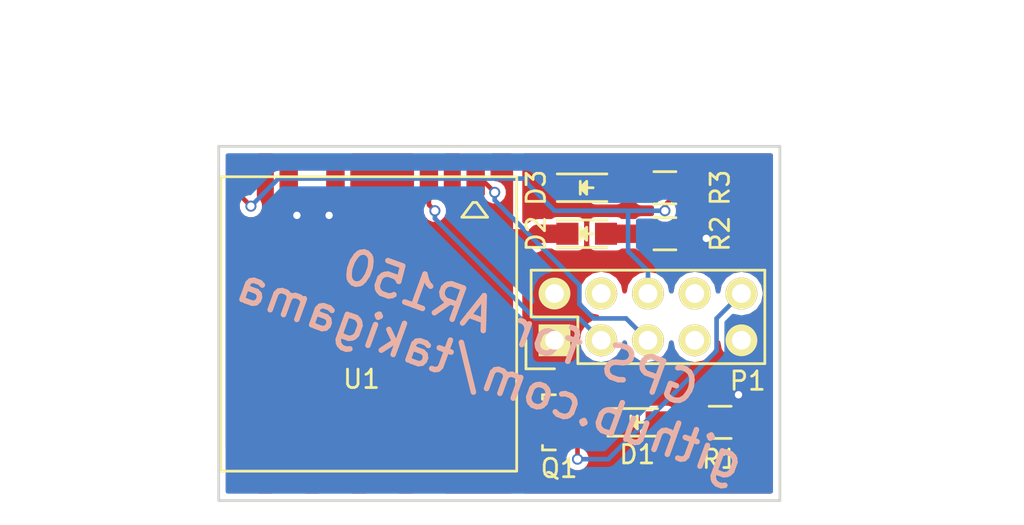
<source format=kicad_pcb>
(kicad_pcb (version 4) (host pcbnew 4.0.2+dfsg1-stable)

  (general
    (links 19)
    (no_connects 19)
    (area 106.500001 87.65 165.785715 115.97)
    (thickness 1.6)
    (drawings 8)
    (tracks 60)
    (zones 0)
    (modules 9)
    (nets 11)
  )

  (page A4)
  (layers
    (0 F.Cu signal)
    (31 B.Cu signal)
    (32 B.Adhes user)
    (33 F.Adhes user)
    (34 B.Paste user)
    (35 F.Paste user)
    (36 B.SilkS user)
    (37 F.SilkS user)
    (38 B.Mask user)
    (39 F.Mask user)
    (40 Dwgs.User user)
    (41 Cmts.User user)
    (42 Eco1.User user)
    (43 Eco2.User user)
    (44 Edge.Cuts user)
    (45 Margin user)
    (46 B.CrtYd user)
    (47 F.CrtYd user)
    (48 B.Fab user)
    (49 F.Fab user)
  )

  (setup
    (last_trace_width 1)
    (user_trace_width 0.4)
    (user_trace_width 0.6)
    (user_trace_width 0.8)
    (user_trace_width 1)
    (user_trace_width 1.2)
    (user_trace_width 1.5)
    (user_trace_width 1.8)
    (user_trace_width 2.5)
    (trace_clearance 0.2)
    (zone_clearance 0.3)
    (zone_45_only no)
    (trace_min 0.2)
    (segment_width 0.2)
    (edge_width 0.15)
    (via_size 0.6)
    (via_drill 0.4)
    (via_min_size 0.4)
    (via_min_drill 0.3)
    (uvia_size 0.3)
    (uvia_drill 0.1)
    (uvias_allowed no)
    (uvia_min_size 0.2)
    (uvia_min_drill 0.1)
    (pcb_text_width 0.3)
    (pcb_text_size 1.5 1.5)
    (mod_edge_width 0.15)
    (mod_text_size 1 1)
    (mod_text_width 0.15)
    (pad_size 1.524 1.524)
    (pad_drill 0.762)
    (pad_to_mask_clearance 0.2)
    (aux_axis_origin 0 0)
    (visible_elements FFFFFF7F)
    (pcbplotparams
      (layerselection 0x00030_80000001)
      (usegerberextensions false)
      (excludeedgelayer true)
      (linewidth 0.100000)
      (plotframeref false)
      (viasonmask false)
      (mode 1)
      (useauxorigin false)
      (hpglpennumber 1)
      (hpglpenspeed 20)
      (hpglpendiameter 15)
      (hpglpenoverlay 2)
      (psnegative false)
      (psa4output false)
      (plotreference true)
      (plotvalue true)
      (plotinvisibletext false)
      (padsonsilk false)
      (subtractmaskfromsilk false)
      (outputformat 1)
      (mirror false)
      (drillshape 1)
      (scaleselection 1)
      (outputdirectory ""))
  )

  (net 0 "")
  (net 1 "Net-(D1-Pad2)")
  (net 2 GND)
  (net 3 "Net-(D2-Pad2)")
  (net 4 GP_GND)
  (net 5 RX)
  (net 6 TX)
  (net 7 GP_14)
  (net 8 +3V3)
  (net 9 GP_17)
  (net 10 "Net-(D3-Pad2)")

  (net_class Default "This is the default net class."
    (clearance 0.2)
    (trace_width 0.25)
    (via_dia 0.6)
    (via_drill 0.4)
    (uvia_dia 0.3)
    (uvia_drill 0.1)
    (add_net +3V3)
    (add_net GND)
    (add_net GP_14)
    (add_net GP_17)
    (add_net GP_GND)
    (add_net "Net-(D1-Pad2)")
    (add_net "Net-(D2-Pad2)")
    (add_net "Net-(D3-Pad2)")
    (add_net RX)
    (add_net TX)
  )

  (module LEDs:LED_0805 (layer F.Cu) (tedit 55BDE1C2) (tstamp 59119C84)
    (at 141.5 110.25)
    (descr "LED 0805 smd package")
    (tags "LED 0805 SMD")
    (path /59110B72)
    (attr smd)
    (fp_text reference D1 (at 0 1.75) (layer F.SilkS)
      (effects (font (size 1 1) (thickness 0.15)))
    )
    (fp_text value LED (at 9.99 4.745) (layer F.Fab)
      (effects (font (size 1 1) (thickness 0.15)))
    )
    (fp_line (start -1.6 0.75) (end 1.1 0.75) (layer F.SilkS) (width 0.15))
    (fp_line (start -1.6 -0.75) (end 1.1 -0.75) (layer F.SilkS) (width 0.15))
    (fp_line (start -0.1 0.15) (end -0.1 -0.1) (layer F.SilkS) (width 0.15))
    (fp_line (start -0.1 -0.1) (end -0.25 0.05) (layer F.SilkS) (width 0.15))
    (fp_line (start -0.35 -0.35) (end -0.35 0.35) (layer F.SilkS) (width 0.15))
    (fp_line (start 0 0) (end 0.35 0) (layer F.SilkS) (width 0.15))
    (fp_line (start -0.35 0) (end 0 -0.35) (layer F.SilkS) (width 0.15))
    (fp_line (start 0 -0.35) (end 0 0.35) (layer F.SilkS) (width 0.15))
    (fp_line (start 0 0.35) (end -0.35 0) (layer F.SilkS) (width 0.15))
    (fp_line (start 1.9 -0.95) (end 1.9 0.95) (layer F.CrtYd) (width 0.05))
    (fp_line (start 1.9 0.95) (end -1.9 0.95) (layer F.CrtYd) (width 0.05))
    (fp_line (start -1.9 0.95) (end -1.9 -0.95) (layer F.CrtYd) (width 0.05))
    (fp_line (start -1.9 -0.95) (end 1.9 -0.95) (layer F.CrtYd) (width 0.05))
    (pad 2 smd rect (at 1.04902 0 180) (size 1.19888 1.19888) (layers F.Cu F.Paste F.Mask)
      (net 1 "Net-(D1-Pad2)"))
    (pad 1 smd rect (at -1.04902 0 180) (size 1.19888 1.19888) (layers F.Cu F.Paste F.Mask)
      (net 2 GND))
    (model LEDs.3dshapes/LED_0805.wrl
      (at (xyz 0 0 0))
      (scale (xyz 1 1 1))
      (rotate (xyz 0 0 0))
    )
  )

  (module LEDs:LED_0805 (layer F.Cu) (tedit 55BDE1C2) (tstamp 59119C8A)
    (at 138.75 100)
    (descr "LED 0805 smd package")
    (tags "LED 0805 SMD")
    (path /59110BF4)
    (attr smd)
    (fp_text reference D2 (at -2.75 0 270) (layer F.SilkS)
      (effects (font (size 1 1) (thickness 0.15)))
    )
    (fp_text value LED (at 0.193 5.5) (layer F.Fab)
      (effects (font (size 1 1) (thickness 0.15)))
    )
    (fp_line (start -1.6 0.75) (end 1.1 0.75) (layer F.SilkS) (width 0.15))
    (fp_line (start -1.6 -0.75) (end 1.1 -0.75) (layer F.SilkS) (width 0.15))
    (fp_line (start -0.1 0.15) (end -0.1 -0.1) (layer F.SilkS) (width 0.15))
    (fp_line (start -0.1 -0.1) (end -0.25 0.05) (layer F.SilkS) (width 0.15))
    (fp_line (start -0.35 -0.35) (end -0.35 0.35) (layer F.SilkS) (width 0.15))
    (fp_line (start 0 0) (end 0.35 0) (layer F.SilkS) (width 0.15))
    (fp_line (start -0.35 0) (end 0 -0.35) (layer F.SilkS) (width 0.15))
    (fp_line (start 0 -0.35) (end 0 0.35) (layer F.SilkS) (width 0.15))
    (fp_line (start 0 0.35) (end -0.35 0) (layer F.SilkS) (width 0.15))
    (fp_line (start 1.9 -0.95) (end 1.9 0.95) (layer F.CrtYd) (width 0.05))
    (fp_line (start 1.9 0.95) (end -1.9 0.95) (layer F.CrtYd) (width 0.05))
    (fp_line (start -1.9 0.95) (end -1.9 -0.95) (layer F.CrtYd) (width 0.05))
    (fp_line (start -1.9 -0.95) (end 1.9 -0.95) (layer F.CrtYd) (width 0.05))
    (pad 2 smd rect (at 1.04902 0 180) (size 1.19888 1.19888) (layers F.Cu F.Paste F.Mask)
      (net 3 "Net-(D2-Pad2)"))
    (pad 1 smd rect (at -1.04902 0 180) (size 1.19888 1.19888) (layers F.Cu F.Paste F.Mask)
      (net 4 GP_GND))
    (model LEDs.3dshapes/LED_0805.wrl
      (at (xyz 0 0 0))
      (scale (xyz 1 1 1))
      (rotate (xyz 0 0 0))
    )
  )

  (module Pin_Headers:Pin_Header_Straight_2x05 (layer F.Cu) (tedit 0) (tstamp 59119C98)
    (at 137 105.79 90)
    (descr "Through hole pin header")
    (tags "pin header")
    (path /591108C0)
    (fp_text reference P1 (at -2.21 10.5 180) (layer F.SilkS)
      (effects (font (size 1 1) (thickness 0.15)))
    )
    (fp_text value CONN_02X05 (at 10.29 4.689 180) (layer F.Fab)
      (effects (font (size 1 1) (thickness 0.15)))
    )
    (fp_line (start -1.75 -1.75) (end -1.75 11.95) (layer F.CrtYd) (width 0.05))
    (fp_line (start 4.3 -1.75) (end 4.3 11.95) (layer F.CrtYd) (width 0.05))
    (fp_line (start -1.75 -1.75) (end 4.3 -1.75) (layer F.CrtYd) (width 0.05))
    (fp_line (start -1.75 11.95) (end 4.3 11.95) (layer F.CrtYd) (width 0.05))
    (fp_line (start 3.81 -1.27) (end 3.81 11.43) (layer F.SilkS) (width 0.15))
    (fp_line (start 3.81 11.43) (end -1.27 11.43) (layer F.SilkS) (width 0.15))
    (fp_line (start -1.27 11.43) (end -1.27 1.27) (layer F.SilkS) (width 0.15))
    (fp_line (start 3.81 -1.27) (end 1.27 -1.27) (layer F.SilkS) (width 0.15))
    (fp_line (start 0 -1.55) (end -1.55 -1.55) (layer F.SilkS) (width 0.15))
    (fp_line (start 1.27 -1.27) (end 1.27 1.27) (layer F.SilkS) (width 0.15))
    (fp_line (start 1.27 1.27) (end -1.27 1.27) (layer F.SilkS) (width 0.15))
    (fp_line (start -1.55 -1.55) (end -1.55 0) (layer F.SilkS) (width 0.15))
    (pad 1 thru_hole rect (at 0 0 90) (size 1.7272 1.7272) (drill 1.016) (layers *.Cu *.Mask F.SilkS)
      (net 2 GND))
    (pad 2 thru_hole oval (at 2.54 0 90) (size 1.7272 1.7272) (drill 1.016) (layers *.Cu *.Mask F.SilkS)
      (net 2 GND))
    (pad 3 thru_hole oval (at 0 2.54 90) (size 1.7272 1.7272) (drill 1.016) (layers *.Cu *.Mask F.SilkS)
      (net 5 RX))
    (pad 4 thru_hole oval (at 2.54 2.54 90) (size 1.7272 1.7272) (drill 1.016) (layers *.Cu *.Mask F.SilkS))
    (pad 5 thru_hole oval (at 0 5.08 90) (size 1.7272 1.7272) (drill 1.016) (layers *.Cu *.Mask F.SilkS)
      (net 6 TX))
    (pad 6 thru_hole oval (at 2.54 5.08 90) (size 1.7272 1.7272) (drill 1.016) (layers *.Cu *.Mask F.SilkS)
      (net 7 GP_14))
    (pad 7 thru_hole oval (at 0 7.62 90) (size 1.7272 1.7272) (drill 1.016) (layers *.Cu *.Mask F.SilkS))
    (pad 8 thru_hole oval (at 2.54 7.62 90) (size 1.7272 1.7272) (drill 1.016) (layers *.Cu *.Mask F.SilkS))
    (pad 9 thru_hole oval (at 0 10.16 90) (size 1.7272 1.7272) (drill 1.016) (layers *.Cu *.Mask F.SilkS)
      (net 8 +3V3))
    (pad 10 thru_hole oval (at 2.54 10.16 90) (size 1.7272 1.7272) (drill 1.016) (layers *.Cu *.Mask F.SilkS)
      (net 9 GP_17))
    (model Pin_Headers.3dshapes/Pin_Header_Straight_2x05.wrl
      (at (xyz 0.05 -0.2 0))
      (scale (xyz 1 1 1))
      (rotate (xyz 0 0 90))
    )
  )

  (module TO_SOT_Packages_SMD:SOT-23 (layer F.Cu) (tedit 553634F8) (tstamp 59119C9F)
    (at 136.99822 110.25 90)
    (descr "SOT-23, Standard")
    (tags SOT-23)
    (path /59110876)
    (attr smd)
    (fp_text reference Q1 (at -2.5 0.25178 180) (layer F.SilkS)
      (effects (font (size 1 1) (thickness 0.15)))
    )
    (fp_text value BSS138 (at -0.372 14.947 90) (layer F.Fab)
      (effects (font (size 1 1) (thickness 0.15)))
    )
    (fp_line (start -1.65 -1.6) (end 1.65 -1.6) (layer F.CrtYd) (width 0.05))
    (fp_line (start 1.65 -1.6) (end 1.65 1.6) (layer F.CrtYd) (width 0.05))
    (fp_line (start 1.65 1.6) (end -1.65 1.6) (layer F.CrtYd) (width 0.05))
    (fp_line (start -1.65 1.6) (end -1.65 -1.6) (layer F.CrtYd) (width 0.05))
    (fp_line (start 1.29916 -0.65024) (end 1.2509 -0.65024) (layer F.SilkS) (width 0.15))
    (fp_line (start -1.49982 0.0508) (end -1.49982 -0.65024) (layer F.SilkS) (width 0.15))
    (fp_line (start -1.49982 -0.65024) (end -1.2509 -0.65024) (layer F.SilkS) (width 0.15))
    (fp_line (start 1.29916 -0.65024) (end 1.49982 -0.65024) (layer F.SilkS) (width 0.15))
    (fp_line (start 1.49982 -0.65024) (end 1.49982 0.0508) (layer F.SilkS) (width 0.15))
    (pad 1 smd rect (at -0.95 1.00076 90) (size 0.8001 0.8001) (layers F.Cu F.Paste F.Mask)
      (net 9 GP_17))
    (pad 2 smd rect (at 0.95 1.00076 90) (size 0.8001 0.8001) (layers F.Cu F.Paste F.Mask)
      (net 2 GND))
    (pad 3 smd rect (at 0 -0.99822 90) (size 0.8001 0.8001) (layers F.Cu F.Paste F.Mask)
      (net 4 GP_GND))
    (model TO_SOT_Packages_SMD.3dshapes/SOT-23.wrl
      (at (xyz 0 0 0))
      (scale (xyz 1 1 1))
      (rotate (xyz 0 0 0))
    )
  )

  (module Resistors_SMD:R_0805 (layer F.Cu) (tedit 5415CDEB) (tstamp 59119CA5)
    (at 146 110.25 180)
    (descr "Resistor SMD 0805, reflow soldering, Vishay (see dcrcw.pdf)")
    (tags "resistor 0805")
    (path /59110C24)
    (attr smd)
    (fp_text reference R1 (at 0.012 -2 180) (layer F.SilkS)
      (effects (font (size 1 1) (thickness 0.15)))
    )
    (fp_text value 300 (at -6 3 180) (layer F.Fab)
      (effects (font (size 1 1) (thickness 0.15)))
    )
    (fp_line (start -1.6 -1) (end 1.6 -1) (layer F.CrtYd) (width 0.05))
    (fp_line (start -1.6 1) (end 1.6 1) (layer F.CrtYd) (width 0.05))
    (fp_line (start -1.6 -1) (end -1.6 1) (layer F.CrtYd) (width 0.05))
    (fp_line (start 1.6 -1) (end 1.6 1) (layer F.CrtYd) (width 0.05))
    (fp_line (start 0.6 0.875) (end -0.6 0.875) (layer F.SilkS) (width 0.15))
    (fp_line (start -0.6 -0.875) (end 0.6 -0.875) (layer F.SilkS) (width 0.15))
    (pad 1 smd rect (at -0.95 0 180) (size 0.7 1.3) (layers F.Cu F.Paste F.Mask)
      (net 8 +3V3))
    (pad 2 smd rect (at 0.95 0 180) (size 0.7 1.3) (layers F.Cu F.Paste F.Mask)
      (net 1 "Net-(D1-Pad2)"))
    (model Resistors_SMD.3dshapes/R_0805.wrl
      (at (xyz 0 0 0))
      (scale (xyz 1 1 1))
      (rotate (xyz 0 0 0))
    )
  )

  (module Resistors_SMD:R_0805 (layer F.Cu) (tedit 5415CDEB) (tstamp 59119CAB)
    (at 143 100 180)
    (descr "Resistor SMD 0805, reflow soldering, Vishay (see dcrcw.pdf)")
    (tags "resistor 0805")
    (path /59110C69)
    (attr smd)
    (fp_text reference R2 (at -3 0 450) (layer F.SilkS)
      (effects (font (size 1 1) (thickness 0.15)))
    )
    (fp_text value 300 (at 0 -5.5 180) (layer F.Fab)
      (effects (font (size 1 1) (thickness 0.15)))
    )
    (fp_line (start -1.6 -1) (end 1.6 -1) (layer F.CrtYd) (width 0.05))
    (fp_line (start -1.6 1) (end 1.6 1) (layer F.CrtYd) (width 0.05))
    (fp_line (start -1.6 -1) (end -1.6 1) (layer F.CrtYd) (width 0.05))
    (fp_line (start 1.6 -1) (end 1.6 1) (layer F.CrtYd) (width 0.05))
    (fp_line (start 0.6 0.875) (end -0.6 0.875) (layer F.SilkS) (width 0.15))
    (fp_line (start -0.6 -0.875) (end 0.6 -0.875) (layer F.SilkS) (width 0.15))
    (pad 1 smd rect (at -0.95 0 180) (size 0.7 1.3) (layers F.Cu F.Paste F.Mask)
      (net 8 +3V3))
    (pad 2 smd rect (at 0.95 0 180) (size 0.7 1.3) (layers F.Cu F.Paste F.Mask)
      (net 3 "Net-(D2-Pad2)"))
    (model Resistors_SMD.3dshapes/R_0805.wrl
      (at (xyz 0 0 0))
      (scale (xyz 1 1 1))
      (rotate (xyz 0 0 0))
    )
  )

  (module MyKiCadLibs:QUECTEL-L80 (layer F.Cu) (tedit 593979B8) (tstamp 59119CBF)
    (at 126.365 104.901)
    (path /5911353A)
    (fp_text reference U1 (at 0.148 3) (layer F.SilkS)
      (effects (font (size 1 1) (thickness 0.15)))
    )
    (fp_text value QUECTEL-L80 (at 0.048 -3) (layer F.Fab)
      (effects (font (size 1 1) (thickness 0.15)))
    )
    (fp_line (start 5.6 -5.8) (end 6.2 -6.6) (layer F.SilkS) (width 0.15))
    (fp_line (start 7 -5.8) (end 5.6 -5.8) (layer F.SilkS) (width 0.15))
    (fp_line (start 6.4 -6.6) (end 7 -5.8) (layer F.SilkS) (width 0.15))
    (fp_line (start 6.2 -6.6) (end 6.4 -6.6) (layer F.SilkS) (width 0.15))
    (fp_line (start 8.58 -8) (end -7.5 -8) (layer F.SilkS) (width 0.15))
    (fp_line (start 8.58 8) (end 8.58 -8) (layer F.SilkS) (width 0.15))
    (fp_line (start -7.5 8) (end 8.58 8) (layer F.SilkS) (width 0.15))
    (fp_line (start -7.5 -8) (end -7.5 8) (layer F.SilkS) (width 0.15))
    (pad 6 smd rect (at -6.35 -8) (size 1 2) (layers F.Cu F.Paste F.Mask)
      (net 7 GP_14))
    (pad 5 smd rect (at -3.81 -8) (size 1 2) (layers F.Cu F.Paste F.Mask)
      (net 8 +3V3))
    (pad 4 smd rect (at -1.27 -8) (size 1 2) (layers F.Cu F.Paste F.Mask)
      (net 8 +3V3))
    (pad 3 smd rect (at 1.27 -8) (size 1 2) (layers F.Cu F.Paste F.Mask)
      (net 4 GP_GND))
    (pad 2 smd rect (at 3.81 -8) (size 1 2) (layers F.Cu F.Paste F.Mask)
      (net 5 RX))
    (pad 1 smd rect (at 6.35 -8) (size 1 2) (layers F.Cu F.Paste F.Mask)
      (net 6 TX))
    (pad 7 smd rect (at -6.35 8) (size 1 2) (layers F.Cu F.Paste F.Mask))
    (pad 8 smd rect (at -3.81 8) (size 1 2) (layers F.Cu F.Paste F.Mask))
    (pad 9 smd rect (at -1.27 8) (size 1 2) (layers F.Cu F.Paste F.Mask))
    (pad 10 smd rect (at 1.288 8) (size 1 2) (layers F.Cu F.Paste F.Mask))
    (pad 11 smd rect (at 3.81 8) (size 1 2) (layers F.Cu F.Paste F.Mask))
    (pad 12 smd rect (at 6.35 8) (size 1 2) (layers F.Cu F.Paste F.Mask)
      (net 4 GP_GND))
  )

  (module LEDs:LED_0805 (layer F.Cu) (tedit 55BDE1C2) (tstamp 593D396D)
    (at 138.75 97.5)
    (descr "LED 0805 smd package")
    (tags "LED 0805 SMD")
    (path /593D397F)
    (attr smd)
    (fp_text reference D3 (at -2.75 0 270) (layer F.SilkS)
      (effects (font (size 1 1) (thickness 0.15)))
    )
    (fp_text value LED (at 0 3) (layer F.Fab)
      (effects (font (size 1 1) (thickness 0.15)))
    )
    (fp_line (start -1.6 0.75) (end 1.1 0.75) (layer F.SilkS) (width 0.15))
    (fp_line (start -1.6 -0.75) (end 1.1 -0.75) (layer F.SilkS) (width 0.15))
    (fp_line (start -0.1 0.15) (end -0.1 -0.1) (layer F.SilkS) (width 0.15))
    (fp_line (start -0.1 -0.1) (end -0.25 0.05) (layer F.SilkS) (width 0.15))
    (fp_line (start -0.35 -0.35) (end -0.35 0.35) (layer F.SilkS) (width 0.15))
    (fp_line (start 0 0) (end 0.35 0) (layer F.SilkS) (width 0.15))
    (fp_line (start -0.35 0) (end 0 -0.35) (layer F.SilkS) (width 0.15))
    (fp_line (start 0 -0.35) (end 0 0.35) (layer F.SilkS) (width 0.15))
    (fp_line (start 0 0.35) (end -0.35 0) (layer F.SilkS) (width 0.15))
    (fp_line (start 1.9 -0.95) (end 1.9 0.95) (layer F.CrtYd) (width 0.05))
    (fp_line (start 1.9 0.95) (end -1.9 0.95) (layer F.CrtYd) (width 0.05))
    (fp_line (start -1.9 0.95) (end -1.9 -0.95) (layer F.CrtYd) (width 0.05))
    (fp_line (start -1.9 -0.95) (end 1.9 -0.95) (layer F.CrtYd) (width 0.05))
    (pad 2 smd rect (at 1.04902 0 180) (size 1.19888 1.19888) (layers F.Cu F.Paste F.Mask)
      (net 10 "Net-(D3-Pad2)"))
    (pad 1 smd rect (at -1.04902 0 180) (size 1.19888 1.19888) (layers F.Cu F.Paste F.Mask)
      (net 2 GND))
    (model LEDs.3dshapes/LED_0805.wrl
      (at (xyz 0 0 0))
      (scale (xyz 1 1 1))
      (rotate (xyz 0 0 0))
    )
  )

  (module Resistors_SMD:R_0805 (layer F.Cu) (tedit 5415CDEB) (tstamp 593D3979)
    (at 143 97.5 180)
    (descr "Resistor SMD 0805, reflow soldering, Vishay (see dcrcw.pdf)")
    (tags "resistor 0805")
    (path /593D3915)
    (attr smd)
    (fp_text reference R3 (at -3 0 270) (layer F.SilkS)
      (effects (font (size 1 1) (thickness 0.15)))
    )
    (fp_text value 300 (at 0 2.1 180) (layer F.Fab)
      (effects (font (size 1 1) (thickness 0.15)))
    )
    (fp_line (start -1.6 -1) (end 1.6 -1) (layer F.CrtYd) (width 0.05))
    (fp_line (start -1.6 1) (end 1.6 1) (layer F.CrtYd) (width 0.05))
    (fp_line (start -1.6 -1) (end -1.6 1) (layer F.CrtYd) (width 0.05))
    (fp_line (start 1.6 -1) (end 1.6 1) (layer F.CrtYd) (width 0.05))
    (fp_line (start 0.6 0.875) (end -0.6 0.875) (layer F.SilkS) (width 0.15))
    (fp_line (start -0.6 -0.875) (end 0.6 -0.875) (layer F.SilkS) (width 0.15))
    (pad 1 smd rect (at -0.95 0 180) (size 0.7 1.3) (layers F.Cu F.Paste F.Mask)
      (net 7 GP_14))
    (pad 2 smd rect (at 0.95 0 180) (size 0.7 1.3) (layers F.Cu F.Paste F.Mask)
      (net 10 "Net-(D3-Pad2)"))
    (model Resistors_SMD.3dshapes/R_0805.wrl
      (at (xyz 0 0 0))
      (scale (xyz 1 1 1))
      (rotate (xyz 0 0 0))
    )
  )

  (dimension 19.25 (width 0.3) (layer Cmts.User)
    (gr_text "19.250 mm" (at 113.15 104.875 270) (layer Cmts.User)
      (effects (font (size 1.5 1.5) (thickness 0.3)))
    )
    (feature1 (pts (xy 117.5 114.5) (xy 111.8 114.5)))
    (feature2 (pts (xy 117.5 95.25) (xy 111.8 95.25)))
    (crossbar (pts (xy 114.5 95.25) (xy 114.5 114.5)))
    (arrow1a (pts (xy 114.5 114.5) (xy 113.913579 113.373496)))
    (arrow1b (pts (xy 114.5 114.5) (xy 115.086421 113.373496)))
    (arrow2a (pts (xy 114.5 95.25) (xy 113.913579 96.376504)))
    (arrow2b (pts (xy 114.5 95.25) (xy 115.086421 96.376504)))
  )
  (dimension 8 (width 0.3) (layer Cmts.User)
    (gr_text "8.000 mm" (at 159.85 99.25 270) (layer Cmts.User)
      (effects (font (size 1.5 1.5) (thickness 0.3)))
    )
    (feature1 (pts (xy 150.5 103.25) (xy 161.2 103.25)))
    (feature2 (pts (xy 150.5 95.25) (xy 161.2 95.25)))
    (crossbar (pts (xy 158.5 95.25) (xy 158.5 103.25)))
    (arrow1a (pts (xy 158.5 103.25) (xy 157.913579 102.123496)))
    (arrow1b (pts (xy 158.5 103.25) (xy 159.086421 102.123496)))
    (arrow2a (pts (xy 158.5 95.25) (xy 157.913579 96.376504)))
    (arrow2b (pts (xy 158.5 95.25) (xy 159.086421 96.376504)))
  )
  (dimension 30.5 (width 0.3) (layer Cmts.User)
    (gr_text "30.500 mm" (at 134 89.15) (layer Cmts.User)
      (effects (font (size 1.5 1.5) (thickness 0.3)))
    )
    (feature1 (pts (xy 149.25 94) (xy 149.25 87.8)))
    (feature2 (pts (xy 118.75 94) (xy 118.75 87.8)))
    (crossbar (pts (xy 118.75 90.5) (xy 149.25 90.5)))
    (arrow1a (pts (xy 149.25 90.5) (xy 148.123496 91.086421)))
    (arrow1b (pts (xy 149.25 90.5) (xy 148.123496 89.913579)))
    (arrow2a (pts (xy 118.75 90.5) (xy 119.876504 91.086421)))
    (arrow2b (pts (xy 118.75 90.5) (xy 119.876504 89.913579)))
  )
  (gr_text "GPS for AR150 \ngithub.com/takigama" (at 134 106.25 340) (layer B.SilkS)
    (effects (font (size 1.8 1.8) (thickness 0.3)) (justify mirror))
  )
  (gr_line (start 149.25 95.25) (end 118.75 95.25) (layer Edge.Cuts) (width 0.15))
  (gr_line (start 149.25 114.5) (end 149.25 95.25) (layer Edge.Cuts) (width 0.15))
  (gr_line (start 118.75 114.5) (end 149.25 114.5) (layer Edge.Cuts) (width 0.15))
  (gr_line (start 118.75 95.25) (end 118.75 114.5) (layer Edge.Cuts) (width 0.15))

  (segment (start 142.54902 110.25) (end 145.05 110.25) (width 1) (layer F.Cu) (net 1))
  (segment (start 139.79902 100) (end 142.05 100) (width 1) (layer F.Cu) (net 3))
  (segment (start 135.85154 100.25) (end 134 100.25) (width 1) (layer F.Cu) (net 4))
  (segment (start 137.70098 100) (end 136.10154 100) (width 1) (layer F.Cu) (net 4))
  (segment (start 136.10154 100) (end 135.85154 100.25) (width 1) (layer F.Cu) (net 4))
  (segment (start 134.34995 110) (end 134.59995 110.25) (width 1) (layer F.Cu) (net 4))
  (segment (start 136 110.25) (end 134.59995 110.25) (width 1) (layer F.Cu) (net 4))
  (segment (start 130.5 98.75) (end 130.5 99.174264) (width 0.25) (layer B.Cu) (net 5))
  (segment (start 130.5 99.174264) (end 135.927135 104.601399) (width 0.25) (layer B.Cu) (net 5))
  (segment (start 135.927135 104.601399) (end 138.351399 104.601399) (width 0.25) (layer B.Cu) (net 5))
  (segment (start 138.351399 104.601399) (end 138.676401 104.926401) (width 0.25) (layer B.Cu) (net 5))
  (segment (start 138.676401 104.926401) (end 139.54 105.79) (width 0.25) (layer B.Cu) (net 5))
  (segment (start 130.175 96.901) (end 130.175 98.425) (width 0.25) (layer F.Cu) (net 5))
  (segment (start 130.175 98.425) (end 130.5 98.75) (width 0.25) (layer F.Cu) (net 5))
  (via (at 130.5 98.75) (size 0.6) (drill 0.4) (layers F.Cu B.Cu) (net 5))
  (segment (start 133.75 97.75) (end 133.75 98.174264) (width 0.25) (layer B.Cu) (net 6))
  (segment (start 138.351399 102.775663) (end 138.351399 103.820529) (width 0.25) (layer B.Cu) (net 6))
  (segment (start 138.351399 103.820529) (end 139.132269 104.601399) (width 0.25) (layer B.Cu) (net 6))
  (segment (start 133.75 98.174264) (end 138.351399 102.775663) (width 0.25) (layer B.Cu) (net 6))
  (segment (start 139.132269 104.601399) (end 140.891399 104.601399) (width 0.25) (layer B.Cu) (net 6))
  (segment (start 140.891399 104.601399) (end 141.216401 104.926401) (width 0.25) (layer B.Cu) (net 6))
  (segment (start 141.216401 104.926401) (end 142.08 105.79) (width 0.25) (layer B.Cu) (net 6))
  (segment (start 132.715 96.901) (end 132.901 96.901) (width 0.25) (layer F.Cu) (net 6))
  (segment (start 132.901 96.901) (end 133.75 97.75) (width 0.25) (layer F.Cu) (net 6))
  (via (at 133.75 97.75) (size 0.6) (drill 0.4) (layers F.Cu B.Cu) (net 6))
  (segment (start 137 98.75) (end 141 98.75) (width 0.25) (layer B.Cu) (net 7))
  (segment (start 141 98.75) (end 143 98.75) (width 0.25) (layer B.Cu) (net 7))
  (segment (start 142.08 103.25) (end 142.08 102.028686) (width 0.25) (layer B.Cu) (net 7))
  (segment (start 142.08 102.028686) (end 141 100.948686) (width 0.25) (layer B.Cu) (net 7))
  (segment (start 141 100.948686) (end 141 98.75) (width 0.25) (layer B.Cu) (net 7))
  (segment (start 143 98.75) (end 143 98.45) (width 0.25) (layer F.Cu) (net 7))
  (segment (start 143 98.45) (end 143.95 97.5) (width 0.25) (layer F.Cu) (net 7))
  (via (at 143 98.75) (size 0.6) (drill 0.4) (layers F.Cu B.Cu) (net 7))
  (segment (start 135.5 97.25) (end 137 98.75) (width 0.25) (layer B.Cu) (net 7))
  (segment (start 135.5 97) (end 135.5 97.25) (width 0.25) (layer B.Cu) (net 7))
  (segment (start 122 97) (end 135.5 97) (width 0.25) (layer B.Cu) (net 7))
  (segment (start 120.5 98.5) (end 122 97) (width 0.25) (layer B.Cu) (net 7))
  (segment (start 120.015 96.901) (end 120.015 98.015) (width 0.25) (layer F.Cu) (net 7))
  (segment (start 120.015 98.015) (end 120.5 98.5) (width 0.25) (layer F.Cu) (net 7))
  (via (at 120.5 98.5) (size 0.6) (drill 0.4) (layers F.Cu B.Cu) (net 7))
  (segment (start 146.95 110.25) (end 146.95 108.8) (width 1) (layer F.Cu) (net 8))
  (segment (start 146.95 108.8) (end 147 108.75) (width 1) (layer F.Cu) (net 8))
  (via (at 147 108.75) (size 0.6) (drill 0.4) (layers F.Cu B.Cu) (net 8))
  (segment (start 125.095 96.901) (end 125.095 98.655) (width 1) (layer F.Cu) (net 8))
  (segment (start 125.095 98.655) (end 124.75 99) (width 1) (layer F.Cu) (net 8))
  (via (at 124.75 99) (size 0.6) (drill 0.4) (layers F.Cu B.Cu) (net 8))
  (segment (start 122.555 96.901) (end 122.555 98.555) (width 1) (layer F.Cu) (net 8))
  (segment (start 122.555 98.555) (end 123 99) (width 1) (layer F.Cu) (net 8))
  (via (at 123 99) (size 0.6) (drill 0.4) (layers F.Cu B.Cu) (net 8))
  (segment (start 143.95 100) (end 145 100) (width 1) (layer F.Cu) (net 8))
  (segment (start 145 100) (end 145.25 100.25) (width 1) (layer F.Cu) (net 8))
  (via (at 145.25 100.25) (size 0.6) (drill 0.4) (layers F.Cu B.Cu) (net 8))
  (segment (start 138.25 112.25) (end 138.25 111.45102) (width 0.25) (layer F.Cu) (net 9))
  (segment (start 138.25 111.45102) (end 137.99898 111.2) (width 0.25) (layer F.Cu) (net 9))
  (segment (start 147.16 103.25) (end 145.808601 104.601399) (width 0.25) (layer B.Cu) (net 9))
  (segment (start 145.808601 104.601399) (end 145.808601 106.360529) (width 0.25) (layer B.Cu) (net 9))
  (segment (start 139.91913 112.25) (end 138.25 112.25) (width 0.25) (layer B.Cu) (net 9))
  (via (at 138.25 112.25) (size 0.6) (drill 0.4) (layers F.Cu B.Cu) (net 9))
  (segment (start 145.808601 106.360529) (end 139.91913 112.25) (width 0.25) (layer B.Cu) (net 9))
  (segment (start 139.79902 97.5) (end 142.05 97.5) (width 1) (layer F.Cu) (net 10))

  (zone (net 8) (net_name +3V3) (layer B.Cu) (tstamp 0) (hatch edge 0.508)
    (connect_pads yes (clearance 0.3))
    (min_thickness 0.254)
    (fill yes (arc_segments 16) (thermal_gap 0.508) (thermal_bridge_width 0.508))
    (polygon
      (pts
        (xy 118.75 95.25) (xy 118.75 114.5) (xy 149.25 114.5) (xy 149.25 95.25)
      )
    )
    (filled_polygon
      (pts
        (xy 148.748 113.998) (xy 119.252 113.998) (xy 119.252 98.643975) (xy 119.772874 98.643975) (xy 119.88332 98.911275)
        (xy 120.08765 99.115961) (xy 120.354756 99.226874) (xy 120.643975 99.227126) (xy 120.911275 99.11668) (xy 121.115961 98.91235)
        (xy 121.226874 98.645244) (xy 121.226954 98.553692) (xy 122.228646 97.552) (xy 133.045032 97.552) (xy 133.023126 97.604756)
        (xy 133.022874 97.893975) (xy 133.13332 98.161275) (xy 133.210868 98.238958) (xy 133.240018 98.385506) (xy 133.359677 98.564587)
        (xy 136.774134 101.979044) (xy 136.506109 102.032357) (xy 136.087408 102.312124) (xy 135.807641 102.730825) (xy 135.7094 103.224716)
        (xy 135.7094 103.275284) (xy 135.790777 103.684395) (xy 131.160785 99.054403) (xy 131.226874 98.895244) (xy 131.227126 98.606025)
        (xy 131.11668 98.338725) (xy 130.91235 98.134039) (xy 130.645244 98.023126) (xy 130.356025 98.022874) (xy 130.088725 98.13332)
        (xy 129.884039 98.33765) (xy 129.773126 98.604756) (xy 129.772874 98.893975) (xy 129.88332 99.161275) (xy 129.960868 99.238958)
        (xy 129.990018 99.385506) (xy 130.109677 99.564587) (xy 135.536812 104.991722) (xy 135.701035 105.101453) (xy 135.701035 106.6536)
        (xy 135.730809 106.811837) (xy 135.824327 106.957167) (xy 135.967019 107.054664) (xy 136.1364 107.088965) (xy 137.8636 107.088965)
        (xy 138.021837 107.059191) (xy 138.167167 106.965673) (xy 138.264664 106.822981) (xy 138.298965 106.6536) (xy 138.298965 106.064464)
        (xy 138.347641 106.309175) (xy 138.627408 106.727876) (xy 139.046109 107.007643) (xy 139.54 107.105884) (xy 140.033891 107.007643)
        (xy 140.452592 106.727876) (xy 140.732359 106.309175) (xy 140.81 105.918847) (xy 140.887641 106.309175) (xy 141.167408 106.727876)
        (xy 141.586109 107.007643) (xy 142.08 107.105884) (xy 142.573891 107.007643) (xy 142.992592 106.727876) (xy 143.272359 106.309175)
        (xy 143.35 105.918847) (xy 143.427641 106.309175) (xy 143.707408 106.727876) (xy 144.126109 107.007643) (xy 144.338578 107.049906)
        (xy 139.690484 111.698) (xy 138.7262 111.698) (xy 138.66235 111.634039) (xy 138.395244 111.523126) (xy 138.106025 111.522874)
        (xy 137.838725 111.63332) (xy 137.634039 111.83765) (xy 137.523126 112.104756) (xy 137.522874 112.393975) (xy 137.63332 112.661275)
        (xy 137.83765 112.865961) (xy 138.104756 112.976874) (xy 138.393975 112.977126) (xy 138.661275 112.86668) (xy 138.726068 112.802)
        (xy 139.91913 112.802) (xy 140.130372 112.759982) (xy 140.309453 112.640323) (xy 146.198924 106.750852) (xy 146.318583 106.571771)
        (xy 146.360601 106.360529) (xy 146.360601 104.830045) (xy 146.713564 104.477082) (xy 147.16 104.565884) (xy 147.653891 104.467643)
        (xy 148.072592 104.187876) (xy 148.352359 103.769175) (xy 148.4506 103.275284) (xy 148.4506 103.224716) (xy 148.352359 102.730825)
        (xy 148.072592 102.312124) (xy 147.653891 102.032357) (xy 147.16 101.934116) (xy 146.666109 102.032357) (xy 146.247408 102.312124)
        (xy 145.967641 102.730825) (xy 145.89 103.121153) (xy 145.812359 102.730825) (xy 145.532592 102.312124) (xy 145.113891 102.032357)
        (xy 144.62 101.934116) (xy 144.126109 102.032357) (xy 143.707408 102.312124) (xy 143.427641 102.730825) (xy 143.35 103.121153)
        (xy 143.272359 102.730825) (xy 142.992592 102.312124) (xy 142.632 102.071184) (xy 142.632 102.028686) (xy 142.589982 101.817445)
        (xy 142.589982 101.817444) (xy 142.470323 101.638363) (xy 141.552 100.72004) (xy 141.552 99.302) (xy 142.5238 99.302)
        (xy 142.58765 99.365961) (xy 142.854756 99.476874) (xy 143.143975 99.477126) (xy 143.411275 99.36668) (xy 143.615961 99.16235)
        (xy 143.726874 98.895244) (xy 143.727126 98.606025) (xy 143.61668 98.338725) (xy 143.41235 98.134039) (xy 143.145244 98.023126)
        (xy 142.856025 98.022874) (xy 142.588725 98.13332) (xy 142.523932 98.198) (xy 137.228646 98.198) (xy 136.052 97.021354)
        (xy 136.052 97) (xy 136.009982 96.788759) (xy 135.890323 96.609677) (xy 135.711241 96.490018) (xy 135.5 96.448)
        (xy 122 96.448) (xy 121.788759 96.490018) (xy 121.788757 96.490019) (xy 121.788758 96.490019) (xy 121.609677 96.609677)
        (xy 120.446401 97.772953) (xy 120.356025 97.772874) (xy 120.088725 97.88332) (xy 119.884039 98.08765) (xy 119.773126 98.354756)
        (xy 119.772874 98.643975) (xy 119.252 98.643975) (xy 119.252 95.752) (xy 148.748 95.752)
      )
    )
  )
  (zone (net 4) (net_name GP_GND) (layer F.Cu) (tstamp 0) (hatch edge 0.508)
    (connect_pads yes (clearance 0.3))
    (min_thickness 0.254)
    (fill yes (arc_segments 16) (thermal_gap 0.508) (thermal_bridge_width 0.508))
    (polygon
      (pts
        (xy 134.75 95.25) (xy 118.75 95.25) (xy 118.75 114.5) (xy 134.75 114.5)
      )
    )
    (filled_polygon
      (pts
        (xy 121.619635 95.901) (xy 121.619635 97.901) (xy 121.628 97.945457) (xy 121.628 98.555) (xy 121.698564 98.909748)
        (xy 121.866629 99.161275) (xy 121.899512 99.210488) (xy 122.344512 99.655488) (xy 122.645253 99.856436) (xy 123 99.927)
        (xy 123.354747 99.856436) (xy 123.655488 99.655488) (xy 123.856436 99.354747) (xy 123.875 99.26142) (xy 123.893564 99.354747)
        (xy 124.094512 99.655488) (xy 124.395253 99.856436) (xy 124.75 99.927) (xy 125.104747 99.856436) (xy 125.405488 99.655488)
        (xy 125.750488 99.310488) (xy 125.951437 99.009747) (xy 126.022 98.655) (xy 126.022 97.942307) (xy 126.030365 97.901)
        (xy 126.030365 95.901) (xy 126.002329 95.752) (xy 129.269809 95.752) (xy 129.239635 95.901) (xy 129.239635 97.901)
        (xy 129.269409 98.059237) (xy 129.362927 98.204567) (xy 129.505619 98.302064) (xy 129.623 98.325835) (xy 129.623 98.425)
        (xy 129.665018 98.636242) (xy 129.772958 98.797784) (xy 129.772874 98.893975) (xy 129.88332 99.161275) (xy 130.08765 99.365961)
        (xy 130.354756 99.476874) (xy 130.643975 99.477126) (xy 130.911275 99.36668) (xy 131.115961 99.16235) (xy 131.226874 98.895244)
        (xy 131.227126 98.606025) (xy 131.11668 98.338725) (xy 130.983719 98.205533) (xy 131.076064 98.070381) (xy 131.110365 97.901)
        (xy 131.110365 95.901) (xy 131.082329 95.752) (xy 131.809809 95.752) (xy 131.779635 95.901) (xy 131.779635 97.901)
        (xy 131.809409 98.059237) (xy 131.902927 98.204567) (xy 132.045619 98.302064) (xy 132.215 98.336365) (xy 133.215 98.336365)
        (xy 133.293383 98.321616) (xy 133.33765 98.365961) (xy 133.604756 98.476874) (xy 133.893975 98.477126) (xy 134.161275 98.36668)
        (xy 134.365961 98.16235) (xy 134.476874 97.895244) (xy 134.477126 97.606025) (xy 134.36668 97.338725) (xy 134.16235 97.134039)
        (xy 133.895244 97.023126) (xy 133.803692 97.023046) (xy 133.650365 96.869719) (xy 133.650365 95.901) (xy 133.622329 95.752)
        (xy 134.623 95.752) (xy 134.623 113.998) (xy 131.090722 113.998) (xy 131.110365 113.901) (xy 131.110365 111.901)
        (xy 131.080591 111.742763) (xy 130.987073 111.597433) (xy 130.844381 111.499936) (xy 130.675 111.465635) (xy 129.675 111.465635)
        (xy 129.516763 111.495409) (xy 129.371433 111.588927) (xy 129.273936 111.731619) (xy 129.239635 111.901) (xy 129.239635 113.901)
        (xy 129.257887 113.998) (xy 128.568722 113.998) (xy 128.588365 113.901) (xy 128.588365 111.901) (xy 128.558591 111.742763)
        (xy 128.465073 111.597433) (xy 128.322381 111.499936) (xy 128.153 111.465635) (xy 127.153 111.465635) (xy 126.994763 111.495409)
        (xy 126.849433 111.588927) (xy 126.751936 111.731619) (xy 126.717635 111.901) (xy 126.717635 113.901) (xy 126.735887 113.998)
        (xy 126.010722 113.998) (xy 126.030365 113.901) (xy 126.030365 111.901) (xy 126.000591 111.742763) (xy 125.907073 111.597433)
        (xy 125.764381 111.499936) (xy 125.595 111.465635) (xy 124.595 111.465635) (xy 124.436763 111.495409) (xy 124.291433 111.588927)
        (xy 124.193936 111.731619) (xy 124.159635 111.901) (xy 124.159635 113.901) (xy 124.177887 113.998) (xy 123.470722 113.998)
        (xy 123.490365 113.901) (xy 123.490365 111.901) (xy 123.460591 111.742763) (xy 123.367073 111.597433) (xy 123.224381 111.499936)
        (xy 123.055 111.465635) (xy 122.055 111.465635) (xy 121.896763 111.495409) (xy 121.751433 111.588927) (xy 121.653936 111.731619)
        (xy 121.619635 111.901) (xy 121.619635 113.901) (xy 121.637887 113.998) (xy 120.930722 113.998) (xy 120.950365 113.901)
        (xy 120.950365 111.901) (xy 120.920591 111.742763) (xy 120.827073 111.597433) (xy 120.684381 111.499936) (xy 120.515 111.465635)
        (xy 119.515 111.465635) (xy 119.356763 111.495409) (xy 119.252 111.562823) (xy 119.252 98.238097) (xy 119.345619 98.302064)
        (xy 119.515 98.336365) (xy 119.5786 98.336365) (xy 119.624677 98.405323) (xy 119.772953 98.553599) (xy 119.772874 98.643975)
        (xy 119.88332 98.911275) (xy 120.08765 99.115961) (xy 120.354756 99.226874) (xy 120.643975 99.227126) (xy 120.911275 99.11668)
        (xy 121.115961 98.91235) (xy 121.226874 98.645244) (xy 121.227126 98.356025) (xy 121.11668 98.088725) (xy 120.946809 97.918558)
        (xy 120.950365 97.901) (xy 120.950365 95.901) (xy 120.922329 95.752) (xy 121.649809 95.752)
      )
    )
  )
  (zone (net 2) (net_name GND) (layer F.Cu) (tstamp 0) (hatch edge 0.508)
    (connect_pads yes (clearance 0.3))
    (min_thickness 0.254)
    (fill yes (arc_segments 16) (thermal_gap 0.508) (thermal_bridge_width 0.508))
    (polygon
      (pts
        (xy 135.25 95.25) (xy 135.25 114.5) (xy 149.25 114.5) (xy 149.25 95.25)
      )
    )
    (filled_polygon
      (pts
        (xy 148.748 113.998) (xy 135.377 113.998) (xy 135.377 111.177) (xy 136 111.177) (xy 136.354748 111.106436)
        (xy 136.386208 111.085415) (xy 136.40005 111.085415) (xy 136.558287 111.055641) (xy 136.703617 110.962123) (xy 136.801114 110.819431)
        (xy 136.805059 110.79995) (xy 137.163565 110.79995) (xy 137.163565 111.60005) (xy 137.193339 111.758287) (xy 137.286857 111.903617)
        (xy 137.429549 112.001114) (xy 137.555566 112.026633) (xy 137.523126 112.104756) (xy 137.522874 112.393975) (xy 137.63332 112.661275)
        (xy 137.83765 112.865961) (xy 138.104756 112.976874) (xy 138.393975 112.977126) (xy 138.661275 112.86668) (xy 138.865961 112.66235)
        (xy 138.976874 112.395244) (xy 138.977126 112.106025) (xy 138.86668 111.838725) (xy 138.802 111.773932) (xy 138.802 111.760019)
        (xy 138.834395 111.60005) (xy 138.834395 110.79995) (xy 138.804621 110.641713) (xy 138.711103 110.496383) (xy 138.568411 110.398886)
        (xy 138.39903 110.364585) (xy 137.59893 110.364585) (xy 137.440693 110.394359) (xy 137.295363 110.487877) (xy 137.197866 110.630569)
        (xy 137.163565 110.79995) (xy 136.805059 110.79995) (xy 136.835415 110.65005) (xy 136.835415 110.636208) (xy 136.856436 110.604748)
        (xy 136.927 110.25) (xy 136.856436 109.895252) (xy 136.835415 109.863792) (xy 136.835415 109.84995) (xy 136.805641 109.691713)
        (xy 136.77916 109.65056) (xy 141.514215 109.65056) (xy 141.514215 110.84944) (xy 141.543989 111.007677) (xy 141.637507 111.153007)
        (xy 141.780199 111.250504) (xy 141.94958 111.284805) (xy 143.14846 111.284805) (xy 143.306697 111.255031) (xy 143.42796 111.177)
        (xy 144.370831 111.177) (xy 144.387927 111.203567) (xy 144.530619 111.301064) (xy 144.7 111.335365) (xy 145.4 111.335365)
        (xy 145.558237 111.305591) (xy 145.703567 111.212073) (xy 145.801064 111.069381) (xy 145.835365 110.9) (xy 145.835365 110.711113)
        (xy 145.906436 110.604748) (xy 145.977 110.25) (xy 145.906436 109.895252) (xy 145.835365 109.788887) (xy 145.835365 109.6)
        (xy 145.805591 109.441763) (xy 145.712073 109.296433) (xy 145.569381 109.198936) (xy 145.4 109.164635) (xy 144.7 109.164635)
        (xy 144.541763 109.194409) (xy 144.396433 109.287927) (xy 144.372469 109.323) (xy 143.425418 109.323) (xy 143.317841 109.249496)
        (xy 143.14846 109.215195) (xy 141.94958 109.215195) (xy 141.791343 109.244969) (xy 141.646013 109.338487) (xy 141.548516 109.481179)
        (xy 141.514215 109.65056) (xy 136.77916 109.65056) (xy 136.712123 109.546383) (xy 136.569431 109.448886) (xy 136.40005 109.414585)
        (xy 136.386208 109.414585) (xy 136.354748 109.393564) (xy 136 109.323) (xy 135.377 109.323) (xy 135.377 108.8)
        (xy 146.023 108.8) (xy 146.023 110.25) (xy 146.093564 110.604748) (xy 146.164635 110.711113) (xy 146.164635 110.9)
        (xy 146.194409 111.058237) (xy 146.287927 111.203567) (xy 146.430619 111.301064) (xy 146.6 111.335365) (xy 147.3 111.335365)
        (xy 147.458237 111.305591) (xy 147.603567 111.212073) (xy 147.701064 111.069381) (xy 147.735365 110.9) (xy 147.735365 110.711113)
        (xy 147.806436 110.604748) (xy 147.877 110.25) (xy 147.877 109.001369) (xy 147.927 108.75) (xy 147.856437 108.395253)
        (xy 147.655488 108.094512) (xy 147.354747 107.893563) (xy 147 107.823) (xy 146.645253 107.893563) (xy 146.344512 108.094512)
        (xy 146.294512 108.144512) (xy 146.093564 108.445252) (xy 146.023 108.8) (xy 135.377 108.8) (xy 135.377 103.224716)
        (xy 138.2494 103.224716) (xy 138.2494 103.275284) (xy 138.347641 103.769175) (xy 138.627408 104.187876) (xy 139.046109 104.467643)
        (xy 139.309325 104.52) (xy 139.046109 104.572357) (xy 138.627408 104.852124) (xy 138.347641 105.270825) (xy 138.2494 105.764716)
        (xy 138.2494 105.815284) (xy 138.347641 106.309175) (xy 138.627408 106.727876) (xy 139.046109 107.007643) (xy 139.54 107.105884)
        (xy 140.033891 107.007643) (xy 140.452592 106.727876) (xy 140.732359 106.309175) (xy 140.81 105.918847) (xy 140.887641 106.309175)
        (xy 141.167408 106.727876) (xy 141.586109 107.007643) (xy 142.08 107.105884) (xy 142.573891 107.007643) (xy 142.992592 106.727876)
        (xy 143.272359 106.309175) (xy 143.35 105.918847) (xy 143.427641 106.309175) (xy 143.707408 106.727876) (xy 144.126109 107.007643)
        (xy 144.62 107.105884) (xy 145.113891 107.007643) (xy 145.532592 106.727876) (xy 145.812359 106.309175) (xy 145.89 105.918847)
        (xy 145.967641 106.309175) (xy 146.247408 106.727876) (xy 146.666109 107.007643) (xy 147.16 107.105884) (xy 147.653891 107.007643)
        (xy 148.072592 106.727876) (xy 148.352359 106.309175) (xy 148.4506 105.815284) (xy 148.4506 105.764716) (xy 148.352359 105.270825)
        (xy 148.072592 104.852124) (xy 147.653891 104.572357) (xy 147.390675 104.52) (xy 147.653891 104.467643) (xy 148.072592 104.187876)
        (xy 148.352359 103.769175) (xy 148.4506 103.275284) (xy 148.4506 103.224716) (xy 148.352359 102.730825) (xy 148.072592 102.312124)
        (xy 147.653891 102.032357) (xy 147.16 101.934116) (xy 146.666109 102.032357) (xy 146.247408 102.312124) (xy 145.967641 102.730825)
        (xy 145.89 103.121153) (xy 145.812359 102.730825) (xy 145.532592 102.312124) (xy 145.113891 102.032357) (xy 144.62 101.934116)
        (xy 144.126109 102.032357) (xy 143.707408 102.312124) (xy 143.427641 102.730825) (xy 143.35 103.121153) (xy 143.272359 102.730825)
        (xy 142.992592 102.312124) (xy 142.573891 102.032357) (xy 142.08 101.934116) (xy 141.586109 102.032357) (xy 141.167408 102.312124)
        (xy 140.887641 102.730825) (xy 140.81 103.121153) (xy 140.732359 102.730825) (xy 140.452592 102.312124) (xy 140.033891 102.032357)
        (xy 139.54 101.934116) (xy 139.046109 102.032357) (xy 138.627408 102.312124) (xy 138.347641 102.730825) (xy 138.2494 103.224716)
        (xy 135.377 103.224716) (xy 135.377 101.177) (xy 135.85154 101.177) (xy 136.206288 101.106436) (xy 136.474833 100.927)
        (xy 136.824582 100.927) (xy 136.932159 101.000504) (xy 137.10154 101.034805) (xy 138.30042 101.034805) (xy 138.458657 101.005031)
        (xy 138.603987 100.911513) (xy 138.701484 100.768821) (xy 138.735785 100.59944) (xy 138.735785 99.40056) (xy 138.706011 99.242323)
        (xy 138.612493 99.096993) (xy 138.469801 98.999496) (xy 138.30042 98.965195) (xy 137.10154 98.965195) (xy 136.943303 98.994969)
        (xy 136.82204 99.073) (xy 136.10154 99.073) (xy 135.746792 99.143564) (xy 135.509676 99.302) (xy 135.478247 99.323)
        (xy 135.377 99.323) (xy 135.377 96.90056) (xy 138.764215 96.90056) (xy 138.764215 98.09944) (xy 138.793989 98.257677)
        (xy 138.887507 98.403007) (xy 139.030199 98.500504) (xy 139.19958 98.534805) (xy 140.39846 98.534805) (xy 140.556697 98.505031)
        (xy 140.67796 98.427) (xy 141.370831 98.427) (xy 141.387927 98.453567) (xy 141.530619 98.551064) (xy 141.7 98.585365)
        (xy 142.281178 98.585365) (xy 142.273126 98.604756) (xy 142.272874 98.893975) (xy 142.281411 98.914635) (xy 141.7 98.914635)
        (xy 141.541763 98.944409) (xy 141.396433 99.037927) (xy 141.372469 99.073) (xy 140.675418 99.073) (xy 140.567841 98.999496)
        (xy 140.39846 98.965195) (xy 139.19958 98.965195) (xy 139.041343 98.994969) (xy 138.896013 99.088487) (xy 138.798516 99.231179)
        (xy 138.764215 99.40056) (xy 138.764215 100.59944) (xy 138.793989 100.757677) (xy 138.887507 100.903007) (xy 139.030199 101.000504)
        (xy 139.19958 101.034805) (xy 140.39846 101.034805) (xy 140.556697 101.005031) (xy 140.67796 100.927) (xy 141.370831 100.927)
        (xy 141.387927 100.953567) (xy 141.530619 101.051064) (xy 141.7 101.085365) (xy 142.4 101.085365) (xy 142.558237 101.055591)
        (xy 142.703567 100.962073) (xy 142.801064 100.819381) (xy 142.835365 100.65) (xy 142.835365 100.461113) (xy 142.906436 100.354748)
        (xy 142.977 100) (xy 142.906436 99.645252) (xy 142.835365 99.538887) (xy 142.835365 99.468822) (xy 142.854756 99.476874)
        (xy 143.143975 99.477126) (xy 143.164635 99.468589) (xy 143.164635 99.538887) (xy 143.093564 99.645252) (xy 143.023 100)
        (xy 143.093564 100.354748) (xy 143.164635 100.461113) (xy 143.164635 100.65) (xy 143.194409 100.808237) (xy 143.287927 100.953567)
        (xy 143.430619 101.051064) (xy 143.6 101.085365) (xy 144.3 101.085365) (xy 144.458237 101.055591) (xy 144.603567 100.962073)
        (xy 144.627273 100.927378) (xy 144.895253 101.106436) (xy 145.25 101.177) (xy 145.604747 101.106436) (xy 145.905488 100.905488)
        (xy 146.106436 100.604747) (xy 146.177 100.25) (xy 146.106436 99.895253) (xy 145.905488 99.594512) (xy 145.655488 99.344512)
        (xy 145.591864 99.302) (xy 145.354748 99.143564) (xy 145 99.073) (xy 144.629169 99.073) (xy 144.612073 99.046433)
        (xy 144.469381 98.948936) (xy 144.3 98.914635) (xy 143.718822 98.914635) (xy 143.726874 98.895244) (xy 143.727126 98.606025)
        (xy 143.718589 98.585365) (xy 144.3 98.585365) (xy 144.458237 98.555591) (xy 144.603567 98.462073) (xy 144.701064 98.319381)
        (xy 144.735365 98.15) (xy 144.735365 96.85) (xy 144.705591 96.691763) (xy 144.612073 96.546433) (xy 144.469381 96.448936)
        (xy 144.3 96.414635) (xy 143.6 96.414635) (xy 143.441763 96.444409) (xy 143.296433 96.537927) (xy 143.198936 96.680619)
        (xy 143.164635 96.85) (xy 143.164635 97.504719) (xy 142.929238 97.740116) (xy 142.977 97.5) (xy 142.906436 97.145252)
        (xy 142.835365 97.038887) (xy 142.835365 96.85) (xy 142.805591 96.691763) (xy 142.712073 96.546433) (xy 142.569381 96.448936)
        (xy 142.4 96.414635) (xy 141.7 96.414635) (xy 141.541763 96.444409) (xy 141.396433 96.537927) (xy 141.372469 96.573)
        (xy 140.675418 96.573) (xy 140.567841 96.499496) (xy 140.39846 96.465195) (xy 139.19958 96.465195) (xy 139.041343 96.494969)
        (xy 138.896013 96.588487) (xy 138.798516 96.731179) (xy 138.764215 96.90056) (xy 135.377 96.90056) (xy 135.377 95.752)
        (xy 148.748 95.752)
      )
    )
  )
)

</source>
